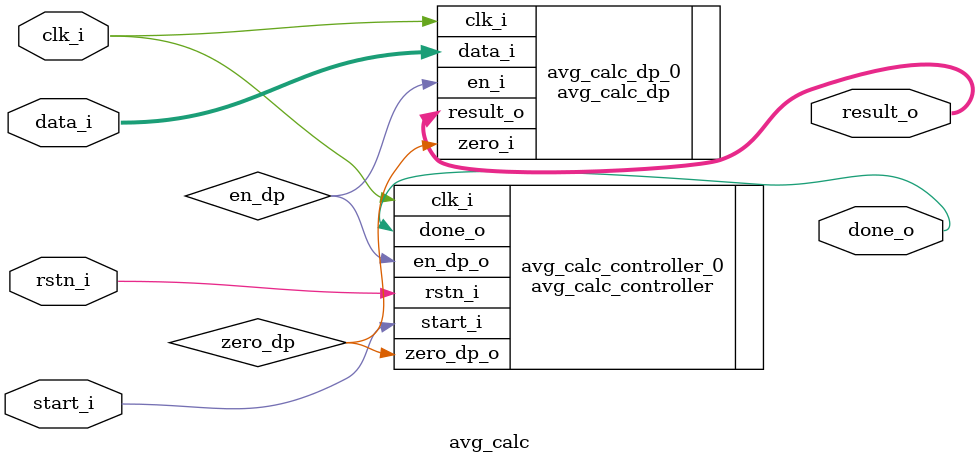
<source format=sv>


module avg_calc #(
    parameter m = 8,  // input bit-width
    parameter n = 4   // number of inputs
  ) (
    input   logic         clk_i,
    input   logic         rstn_i,
    input   logic         start_i,
    input   logic [m-1:0] data_i,
    output  logic         done_o,
    output  logic [m-1:0] result_o
  );

  logic en_dp;
  logic zero_dp;

  avg_calc_dp #(
    .m(m),
    .n(n)
  ) avg_calc_dp_0 (
    .clk_i(clk_i),
    .en_i(en_dp),
    .zero_i(zero_dp),
    .data_i(data_i),
    .result_o(result_o)
  );

  avg_calc_controller #(
    .n(n)
  ) avg_calc_controller_0 (
    .clk_i(clk_i),
    .start_i(start_i),
    .rstn_i(rstn_i),
    .en_dp_o(en_dp),
    .zero_dp_o(zero_dp),
    .done_o(done_o)
  );

endmodule
</source>
